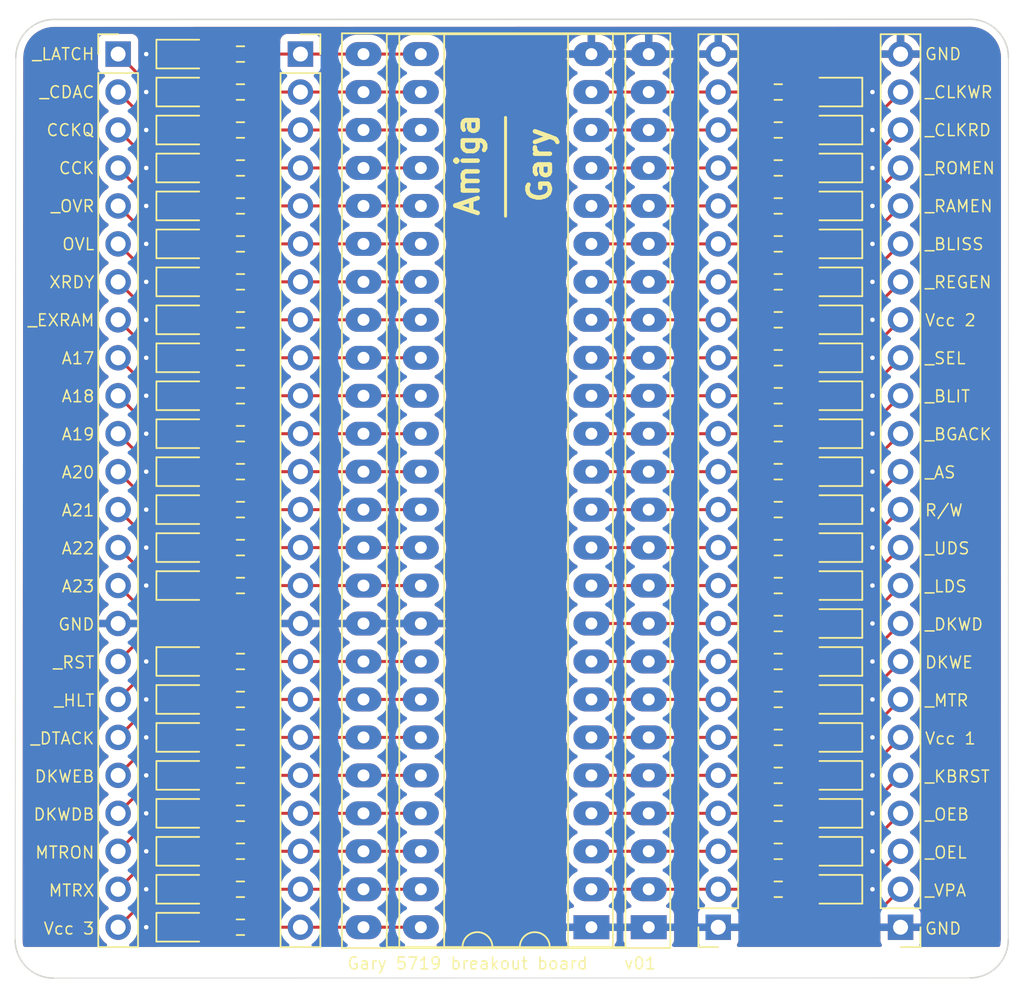
<source format=kicad_pcb>
(kicad_pcb (version 20240108) (generator "pcbnew") (generator_version "8.0")
  (layers (0 "F.Cu" signal) (31 "B.Cu" signal) (34 "B.Paste" user) (35 "F.Paste" user) (36 "B.SilkS" user "B.Silkscreen") (37 "F.SilkS" user "F.Silkscreen") (38 "B.Mask" user) (39 "F.Mask" user) (44 "Edge.Cuts" user))
  (net 0 "")
  (net 1 "Net-(D2-A)")
  (net 2 "Net-(D3-A)")
  (net 3 "Net-(D4-A)")
  (net 4 "A20")
  (net 5 "DKWDB")
  (net 6 "CCK")
  (net 7 "_RAMEN")
  (net 8 "_ROMEN")
  (net 9 "DKWEB")
  (net 10 "_CLKRD")
  (net 11 "A17")
  (net 12 "_AS")
  (net 13 "_UDS")
  (net 14 "_CLKWR")
  (net 15 "_KBRESET")
  (net 16 "R{slash}W")
  (net 17 "_SEL")
  (net 18 "XRDY")
  (net 19 "A21")
  (net 20 "A22")
  (net 21 "_OEL")
  (net 22 "_DKWD")
  (net 23 "_LATCH")
  (net 24 "_BGACK")
  (net 25 "OVL")
  (net 26 "_LDS")
  (net 27 "_BLISS")
  (net 28 "MTRON")
  (net 29 "_CDAC")
  (net 30 "A19")
  (net 31 "A18")
  (net 32 "_MTR")
  (net 33 "_OEB")
  (net 34 "_OVR")
  (net 35 "MTRX")
  (net 36 "_HLT")
  (net 37 "_DTACK")
  (net 38 "_RST")
  (net 39 "_BLIT")
  (net 40 "A23")
  (net 41 "_VPA")
  (net 42 "CCKQ")
  (net 43 "_REGEN")
  (net 44 "DKWE")
  (net 45 "Net-(D5-A)")
  (net 46 "VCC1")
  (net 47 "VCC3")
  (net 48 "VCC2")
  (net 49 "Net-(D6-A)")
  (net 50 "GND")
  (net 51 "Net-(D7-A)")
  (net 52 "Net-(D8-A)")
  (net 53 "Net-(D9-A)")
  (net 54 "Net-(D10-A)")
  (net 55 "Net-(D11-A)")
  (net 56 "Net-(D12-A)")
  (net 57 "Net-(D13-A)")
  (net 58 "Net-(D14-A)")
  (net 59 "Net-(D15-A)")
  (net 60 "Net-(D16-A)")
  (net 61 "Net-(D17-A)")
  (net 62 "Net-(D18-A)")
  (net 63 "Net-(D19-A)")
  (net 64 "Net-(D20-A)")
  (net 65 "Net-(D21-A)")
  (net 66 "Net-(D22-A)")
  (net 67 "Net-(D23-A)")
  (net 68 "Net-(D25-A)")
  (net 69 "Net-(D26-A)")
  (net 70 "Net-(D27-A)")
  (net 71 "Net-(D28-A)")
  (net 72 "Net-(D29-A)")
  (net 73 "Net-(D30-A)")
  (net 74 "Net-(D31-A)")
  (net 75 "Net-(D32-A)")
  (net 76 "Net-(D33-A)")
  (net 77 "Net-(D34-A)")
  (net 78 "Net-(D35-A)")
  (net 79 "Net-(D36-A)")
  (net 80 "Net-(D37-A)")
  (net 81 "Net-(D38-A)")
  (net 82 "Net-(D39-A)")
  (net 83 "Net-(D41-A)")
  (net 84 "Net-(D42-A)")
  (net 85 "Net-(D43-A)")
  (net 86 "Net-(D44-A)")
  (net 87 "Net-(D45-A)")
  (net 88 "Net-(D46-A)")
  (net 89 "Net-(D47-A)")
  (net 90 "Net-(D48-A)")
  (net 91 "_EXRAM")
  (footprint "Resistor_SMD:R_0603_1608Metric_Pad0.98x0.95mm_HandSolder" (layer "F.Cu") (at 86.6648 74.8792)
    (property "Reference" "R34" (hide yes))
    (property "Value" "3.3k")
  )
  (footprint "Resistor_SMD:R_0603_1608Metric_Pad0.98x0.95mm_HandSolder" (layer "F.Cu") (at 86.6648 110.4392)
    (property "Reference" "R48" (hide yes))
    (property "Value" "3.3k")
  )
  (footprint "Resistor_SMD:R_0603_1608Metric_Pad0.98x0.95mm_HandSolder" (layer "F.Cu") (at 122.631 95.1992)
    (property "Reference" "R7" (hide yes))
    (property "Value" "3.3k")
  )
  (footprint "LED_SMD:LED_0805_2012Metric_Pad1.15x1.40mm_HandSolder" (layer "F.Cu") (at 126.39 69.7992 180)
    (property "Reference" "D17" (hide yes))
    (property "Value" "red")
  )
  (footprint "Resistor_SMD:R_0603_1608Metric_Pad0.98x0.95mm_HandSolder" (layer "F.Cu") (at 122.631 105.3592)
    (property "Reference" "R3" (hide yes))
    (property "Value" "3.3k")
  )
  (footprint "Resistor_SMD:R_0603_1608Metric_Pad0.98x0.95mm_HandSolder" (layer "F.Cu") (at 86.6648 82.4992)
    (property "Reference" "R37" (hide yes))
    (property "Value" "3.3k")
  )
  (footprint "Resistor_SMD:R_0603_1608Metric_Pad0.98x0.95mm_HandSolder" (layer "F.Cu") (at 86.6648 105.3592)
    (property "Reference" "R46" (hide yes))
    (property "Value" "3.3k")
  )
  (footprint "LED_SMD:LED_0805_2012Metric_Pad1.15x1.40mm_HandSolder" (layer "F.Cu") (at 126.39 62.1792 180)
    (property "Reference" "D20" (hide yes))
    (property "Value" "green")
  )
  (footprint "LED_SMD:LED_0805_2012Metric_Pad1.15x1.40mm_HandSolder" (layer "F.Cu") (at 126.39 90.1192 180)
    (property "Reference" "D9" (hide yes))
    (property "Value" "yellow")
  )
  (footprint "Resistor_SMD:R_0603_1608Metric_Pad0.98x0.95mm_HandSolder" (layer "F.Cu") (at 122.631 82.4992)
    (property "Reference" "R12" (hide yes))
    (property "Value" "3.3k")
  )
  (footprint "Resistor_SMD:R_0603_1608Metric_Pad0.98x0.95mm_HandSolder" (layer "F.Cu") (at 86.6648 95.1992)
    (property "Reference" "R42" (hide yes))
    (property "Value" "3.3k")
  )
  (footprint "Connector_PinSocket_2.54mm:PinSocket_1x24_P2.54mm_Vertical" (layer "F.Cu") (at 118.618 110.4392 180)
    (property "Reference" "J2" (hide yes))
    (property "Value" "L socket")
  )
  (footprint "Resistor_SMD:R_0603_1608Metric_Pad0.98x0.95mm_HandSolder" (layer "F.Cu") (at 86.6648 59.6392)
    (property "Reference" "R28" (hide yes))
    (property "Value" "3.3k")
  )
  (footprint "LED_SMD:LED_0805_2012Metric_Pad1.15x1.40mm_HandSolder" (layer "F.Cu") (at 82.9056 77.4192)
    (property "Reference" "D35" (hide yes))
    (property "Value" "yellow")
  )
  (footprint "LED_SMD:LED_0805_2012Metric_Pad1.15x1.40mm_HandSolder" (layer "F.Cu") (at 126.39 77.4192 180)
    (property "Reference" "D14" (hide yes))
    (property "Value" "green")
  )
  (footprint "Resistor_SMD:R_0603_1608Metric_Pad0.98x0.95mm_HandSolder" (layer "F.Cu") (at 86.6648 67.2592)
    (property "Reference" "R31" (hide yes))
    (property "Value" "3.3k")
  )
  (footprint "Resistor_SMD:R_0603_1608Metric_Pad0.98x0.95mm_HandSolder" (layer "F.Cu") (at 122.631 72.3392)
    (property "Reference" "R16" (hide yes))
    (property "Value" "3.3k")
  )
  (footprint "LED_SMD:LED_0805_2012Metric_Pad1.15x1.40mm_HandSolder" (layer "F.Cu") (at 126.39 54.5592 180)
    (property "Reference" "D23" (hide yes))
    (property "Value" "red")
  )
  (footprint "Resistor_SMD:R_0603_1608Metric_Pad0.98x0.95mm_HandSolder" (layer "F.Cu") (at 86.6648 100.2792)
    (property "Reference" "R44" (hide yes))
    (property "Value" "3.3k")
  )
  (footprint "Resistor_SMD:R_0603_1608Metric_Pad0.98x0.95mm_HandSolder" (layer "F.Cu") (at 86.6648 79.9592)
    (property "Reference" "R36" (hide yes))
    (property "Value" "3.3k")
  )
  (footprint "Resistor_SMD:R_0603_1608Metric_Pad0.98x0.95mm_HandSolder" (layer "F.Cu") (at 86.6648 77.4192)
    (property "Reference" "R35" (hide yes))
    (property "Value" "3.3k")
  )
  (footprint "LED_SMD:LED_0805_2012Metric_Pad1.15x1.40mm_HandSolder" (layer "F.Cu") (at 82.9056 62.1792)
    (property "Reference" "D29" (hide yes))
    (property "Value" "green")
  )
  (footprint "LED_SMD:LED_0805_2012Metric_Pad1.15x1.40mm_HandSolder" (layer "F.Cu") (at 82.9056 64.7192)
    (property "Reference" "D30" (hide yes))
    (property "Value" "red")
  )
  (footprint "Connector_PinHeader_2.54mm:PinHeader_1x24_P2.54mm_Vertical" (layer "F.Cu") (at 78.486 52.0192)
    (property "Reference" "J4" (hide yes))
    (property "Value" "R holes")
  )
  (footprint "LED_SMD:LED_0805_2012Metric_Pad1.15x1.40mm_HandSolder" (layer "F.Cu") (at 126.39 87.5792 180)
    (property "Reference" "D10" (hide yes))
    (property "Value" "green")
  )
  (footprint "LED_SMD:LED_0805_2012Metric_Pad1.15x1.40mm_HandSolder" (layer "F.Cu") (at 82.9056 67.2592)
    (property "Reference" "D31" (hide yes))
    (property "Value" "red")
  )
  (footprint "LED_SMD:LED_0805_2012Metric_Pad1.15x1.40mm_HandSolder" (layer "F.Cu") (at 126.39 105.3592 180)
    (property "Reference" "D3" (hide yes))
    (property "Value" "green")
  )
  (footprint "LED_SMD:LED_0805_2012Metric_Pad1.15x1.40mm_HandSolder" (layer "F.Cu") (at 82.9056 100.2792)
    (property "Reference" "D44" (hide yes))
    (property "Value" "yellow")
  )
  (footprint "LED_SMD:LED_0805_2012Metric_Pad1.15x1.40mm_HandSolder" (layer "F.Cu") (at 82.9056 102.8192)
    (property "Reference" "D45" (hide yes))
    (property "Value" "yellow")
  )
  (footprint "Connector_PinSocket_2.54mm:PinSocket_1x24_P2.54mm_Vertical" (layer "F.Cu") (at 90.678 52.0192)
    (property "Reference" "J3" (hide yes))
    (property "Value" "R socket")
  )
  (footprint "Resistor_SMD:R_0603_1608Metric_Pad0.98x0.95mm_HandSolder" (layer "F.Cu") (at 86.6648 52.0192)
    (property "Reference" "R25" (hide yes))
    (property "Value" "3.3k")
  )
  (footprint "Resistor_SMD:R_0603_1608Metric_Pad0.98x0.95mm_HandSolder" (layer "F.Cu") (at 122.631 69.7992)
    (property "Reference" "R17" (hide yes))
    (property "Value" "3.3k")
  )
  (footprint "LED_SMD:LED_0805_2012Metric_Pad1.15x1.40mm_HandSolder" (layer "F.Cu") (at 126.39 67.2592 180)
    (property "Reference" "D18" (hide yes))
    (property "Value" "green")
  )
  (footprint "Resistor_SMD:R_0603_1608Metric_Pad0.98x0.95mm_HandSolder" (layer "F.Cu") (at 122.631 102.8192)
    (property "Reference" "R4" (hide yes))
    (property "Value" "3.3k")
  )
  (footprint "LED_SMD:LED_0805_2012Metric_Pad1.15x1.40mm_HandSolder" (layer "F.Cu") (at 126.39 59.6392 180)
    (property "Reference" "D21" (hide yes))
    (property "Value" "yellow")
  )
  (footprint "Resistor_SMD:R_0603_1608Metric_Pad0.98x0.95mm_HandSolder" (layer "F.Cu") (at 122.631 62.1792)
    (property "Reference" "R20" (hide yes))
    (property "Value" "3.3k")
  )
  (footprint "LED_SMD:LED_0805_2012Metric_Pad1.15x1.40mm_HandSolder" (layer "F.Cu") (at 82.9056 92.6592)
    (property "Reference" "D41" (hide yes))
    (property "Value" "green")
  )
  (footprint "Resistor_SMD:R_0603_1608Metric_Pad0.98x0.95mm_HandSolder" (layer "F.Cu") (at 86.6648 64.7192)
    (property "Reference" "R30" (hide yes))
    (property "Value" "3.3k")
  )
  (footprint "LED_SMD:LED_0805_2012Metric_Pad1.15x1.40mm_HandSolder" (layer "F.Cu") (at 82.9056 57.0992)
    (property "Reference" "D27" (hide yes))
    (property "Value" "green")
  )
  (footprint "Resistor_SMD:R_0603_1608Metric_Pad0.98x0.95mm_HandSolder" (layer "F.Cu") (at 86.6629 107.8992)
    (property "Reference" "R47" (hide yes))
    (property "Value" "3.3k")
  )
  (footprint "Resistor_SMD:R_0603_1608Metric_Pad0.98x0.95mm_HandSolder" (layer "F.Cu") (at 86.6648 57.0992)
    (property "Reference" "R27" (hide yes))
    (property "Value" "3.3k")
  )
  (footprint "LED_SMD:LED_0805_2012Metric_Pad1.15x1.40mm_HandSolder" (layer "F.Cu") (at 126.39 100.2792 180)
    (property "Reference" "D5" (hide yes))
    (property "Value" "green")
  )
  (footprint "Resistor_SMD:R_0603_1608Metric_Pad0.98x0.95mm_HandSolder" (layer "F.Cu") (at 122.631 107.8992)
    (property "Reference" "R2" (hide yes))
    (property "Value" "3.3k")
  )
  (footprint "LED_SMD:LED_0805_2012Metric_Pad1.15x1.40mm_HandSolder" (layer "F.Cu") (at 82.9056 59.6392)
    (property "Reference" "D28" (hide yes))
    (property "Value" "yellow")
  )
  (footprint "Resistor_SMD:R_0603_1608Metric_Pad0.98x0.95mm_HandSolder" (layer "F.Cu") (at 86.6648 69.7992)
    (property "Reference" "R32" (hide yes))
    (property "Value" "3.3k")
  )
  (footprint "Resistor_SMD:R_0603_1608Metric_Pad0.98x0.95mm_HandSolder" (layer "F.Cu") (at 122.631 100.2792)
    (property "Reference" "R5" (hide yes))
    (property "Value" "3.3k")
  )
  (footprint "LED_SMD:LED_0805_2012Metric_Pad1.15x1.40mm_HandSolder" (layer "F.Cu") (at 82.9056 74.8792)
    (property "Reference" "D34" (hide yes))
    (property "Value" "yellow")
  )
  (footprint "Resistor_SMD:R_0603_1608Metric_Pad0.98x0.95mm_HandSolder" (layer "F.Cu") (at 86.6648 102.8192)
    (property "Reference" "R45" (hide yes))
    (property "Value" "3.3k")
  )
  (footprint "Resistor_SMD:R_0603_1608Metric_Pad0.98x0.95mm_HandSolder" (layer "F.Cu") (at 86.6648 62.1792)
    (property "Reference" "R29" (hide yes))
    (property "Value" "3.3k")
  )
  (footprint "Resistor_SMD:R_0603_1608Metric_Pad0.98x0.95mm_HandSolder" (layer "F.Cu") (at 122.631 74.8792)
    (property "Reference" "R15" (hide yes))
    (property "Value" "3.3k")
  )
  (footprint "Resistor_SMD:R_0603_1608Metric_Pad0.98x0.95mm_HandSolder" (layer "F.Cu") (at 86.6648 85.0392)
    (property "Reference" "R38" (hide yes))
    (property "Value" "3.3k")
  )
  (footprint "Resistor_SMD:R_0603_1608Metric_Pad0.98x0.95mm_HandSolder" (layer "F.Cu") (at 122.631 64.7192)
    (property "Reference" "R19" (hide yes))
    (property "Value" "3.3k")
  )
  (footprint "LED_SMD:LED_0805_2012Metric_Pad1.15x1.40mm_HandSolder" (layer "F.Cu") (at 126.39 95.1992 180)
    (property "Reference" "D7" (hide yes))
    (property "Value" "yellow")
  )
  (footprint "Resistor_SMD:R_0603_1608Metric_Pad0.98x0.95mm_HandSolder" (layer "F.Cu") (at 122.631 54.5592)
    (property "Reference" "R23" (hide yes))
    (property "Value" "3.3k")
  )
  (footprint "LED_SMD:LED_0805_2012Metric_Pad1.15x1.40mm_HandSolder" (layer "F.Cu") (at 82.9056 105.3592)
    (property "Reference" "D46" (hide yes))
    (property "Value" "yellow")
  )
  (footprint "LED_SMD:LED_0805_2012Metric_Pad1.15x1.40mm_HandSolder" (layer "F.Cu") (at 126.39 97.7392 180)
    (property "Reference" "D6" (hide yes))
    (property "Value" "red")
  )
  (footprint "LED_SMD:LED_0805_2012Metric_Pad1.15x1.40mm_HandSolder" (layer "F.Cu") (at 82.9056 79.9592)
    (property "Reference" "D36" (hide yes))
    (property "Value" "yellow")
  )
  (footprint "Resistor_SMD:R_0603_1608Metric_Pad0.98x0.95mm_HandSolder" (layer "F.Cu") (at 122.631 87.5792)
    (property "Reference" "R10" (hide yes))
    (property "Value" "3.3k")
  )
  (footprint "Resistor_SMD:R_0603_1608Metric_Pad0.98x0.95mm_HandSolder" (layer "F.Cu") (at 122.631 67.2592)
    (property "Reference" "R18" (hide yes))
    (property "Value" "3.3k")
  )
  (footprint "LED_SMD:LED_0805_2012Metric_Pad1.15x1.40mm_HandSolder" (layer "F.Cu") (at 126.39 64.7192 180)
    (property "Reference" "D19" (hide yes))
    (property "Value" "yellow")
  )
  (footprint "Connector_PinHeader_2.54mm:PinHeader_1x24_P2.54mm_Vertical" (layer "F.Cu") (at 130.8096 110.4392 180)
    (property "Reference" "J1" (hide yes))
    (property "Value" "L holes")
  )
  (footprint "LED_SMD:LED_0805_2012Metric_Pad1.15x1.40mm_HandSolder" (layer "F.Cu") (at 82.9056 52.0192)
    (property "Reference" "D25" (hide yes))
    (property "Value" "green")
  )
  (footprint "LED_SMD:LED_0805_2012Metric_Pad1.15x1.40mm_HandSolder" (layer "F.Cu") (at 82.9056 97.7392)
    (property "Reference" "D43" (hide yes))
    (property "Value" "red")
  )
  (footprint "Resistor_SMD:R_0603_1608Metric_Pad0.98x0.95mm_HandSolder" (layer "F.Cu") (at 122.631 90.1192)
    (property "Reference" "R9" (hide yes))
    (property "Value" "3.3k")
  )
  (footprint "LED_SMD:LED_0805_2012Metric_Pad1.15x1.40mm_HandSolder" (layer "F.Cu") (at 126.39 85.0392 180)
    (property "Reference" "D11" (hide yes))
    (property "Value" "green")
  )
  (footprint "LED_SMD:LED_0805_2012Metric_Pad1.15x1.40mm_HandSolder" (layer "F.Cu") (at 126.39 92.6592 180)
    (property "Reference" "D8" (hide yes))
    (property "Value" "yellow")
  )
  (footprint "LED_SMD:LED_0805_2012Metric_Pad1.15x1.40mm_HandSolder" (layer "F.Cu") (at 82.9056 54.5592)
    (property "Reference" "D26" (hide yes))
    (property "Value" "red")
  )
  (footprint "Resistor_SMD:R_0603_1608Metric_Pad0.98x0.95mm_HandSolder" (layer "F.Cu") (at 86.6648 72.3392)
    (property "Reference" "R33" (hide yes))
    (property "Value" "3.3k")
  )
  (footprint "Resistor_SMD:R_0603_1608Metric_Pad0.98x0.95mm_HandSolder" (layer "F.Cu") (at 86.6648 87.5792)
    (property "Reference" "R39" (hide yes))
    (property "Value" "3.3k")
  )
  (footprint "Resistor_SMD:R_0603_1608Metric_Pad0.98x0.95mm_HandSolder" (layer "F.Cu") (at 122.631 57.0992)
    (property "Reference" "R22" (hide yes))
    (property "Value" "3.3k")
  )
  (footprint "LED_SMD:LED_0805_2012Metric_Pad1.15x1.40mm_HandSolder" (layer "F.Cu") (at 126.39 82.4992 180)
    (property "Reference" "D12" (hide yes))
    (property "Value" "red")
  )
  (footprint "LED_SMD:LED_0805_2012Metric_Pad1.15x1.40mm_HandSolder" (layer "F.Cu") (at 82.9056 69.7992)
    (property "Reference" "D32" (hide yes))
    (property "Value" "red")
  )
  (footprint "LED_SMD:LED_0805_2012Metric_Pad1.15x1.40mm_HandSolder" (layer "F.Cu") (at 82.9056 107.8992)
    (property "Reference" "D47" (hide yes))
    (property "Value" "yellow")
  )
  (footprint "LED_SMD:LED_0805_2012Metric_Pad1.15x1.40mm_HandSolder" (layer "F.Cu") (at 126.39 102.8192 180)
    (property "Reference" "D4" (hide yes))
    (property "Value" "green")
  )
  (footprint "LED_SMD:LED_0805_2012Metric_Pad1.15x1.40mm_HandSolder" (layer "F.Cu") (at 82.9056 85.0392)
    (property "Reference" "D38" (hide yes))
    (property "Value" "yellow")
  )
  (footprint "LED_SMD:LED_0805_2012Metric_Pad1.15x1.40mm_HandSolder" (layer "F.Cu") (at 126.39 107.8992 180)
    (property "Reference" "D2" (hide yes))
    (property "Value" "green")
  )
  (footprint "Resistor_SMD:R_0603_1608Metric_Pad0.98x0.95mm_HandSolder" (layer "F.Cu") (at 122.631 79.9592)
    (property "Reference" "R13" (hide yes))
    (property "Value" "3.3k")
  )
  (footprint "LED_SMD:LED_0805_2012Metric_Pad1.15x1.40mm_HandSolder" (layer "F.Cu") (at 82.9056 72.3392)
    (property "Reference" "D33" (hide yes))
    (property "Value" "yellow")
  )
  (footprint "LED_SMD:LED_0805_2012Metric_Pad1.15x1.40mm_HandSolder" (layer "F.Cu") (at 82.9056 82.4992)
    (property "Reference" "D37" (hide yes))
    (property "Value" "yellow")
  )
  (footprint "LED_SMD:LED_0805_2012Metric_Pad1.15x1.40mm_HandSolder" (layer "F.Cu") (at 126.39 72.3392 180)
    (property "Reference" "D16" (hide yes))
    (property "Value" "yellow")
  )
  (footprint "Resistor_SMD:R_0603_1608Metric_Pad0.98x0.95mm_HandSolder" (layer "F.Cu") (at 122.631 97.7392)
    (property "Reference" "R6" (hide yes))
    (property "Value" "3.3k")
  )
  (footprint "Resistor_SMD:R_0603_1608Metric_Pad0.98x0.95mm_HandSolder" (layer "F.Cu") (at 122.631 77.4192)
    (property "Reference" "R14" (hide yes))
    (property "Value" "3.3k")
  )
  (footprint "LED_SMD:LED_0805_2012Metric_Pad1.15x1.40mm_HandSolder" (layer "F.Cu") (at 126.39 57.0992 180)
    (property "Reference" "D22" (hide yes))
    (property "Value" "green")
  )
  (footprint "Package_DIP:DIP-48_W15.24mm_Socket_LongPads" (layer "F.Cu") (at 110.1344 110.4392 180)
    (property "Reference" "U2" (hide yes))
    (property "Value" "Amiga")
  )
  (footprint "Resistor_SMD:R_0603_1608Metric_Pad0.98x0.95mm_HandSolder" (layer "F.Cu") (at 122.631 85.0392)
    (property "Reference" "R11" (hide yes))
    (property "Value" "3.3k")
  )
  (footprint "Resistor_SMD:R_0603_1608Metric_Pad0.98x0.95mm_HandSolder" (layer "F.Cu") (at 86.6648 54.5592)
    (property "Reference" "R26" (hide yes))
    (property "Value" "3.3k")
  )
  (footprint "Resistor_SMD:R_0603_1608Metric_Pad0.98x0.95mm_HandSolder" (layer "F.Cu") (at 122.631 59.6392)
    (property "Reference" "R21" (hide yes))
    (property "Value" "3.3k")
  )
  (footprint "LED_SMD:LED_0805_2012Metric_Pad1.15x1.40mm_HandSolder" (layer "F.Cu") (at 126.39 79.9592 180)
    (property "Reference" "D13" (hide yes))
    (property "Value" "green")
  )
  (footprint "Resistor_SMD:R_0603_1608Metric_Pad0.98x0.95mm_HandSolder" (layer "F.Cu") (at 86.6648 92.6592)
    (property "Reference" "R41" (hide yes))
    (property "Value" "3.3k")
  )
  (footprint "Package_DIP:DIP-48_W15.24mm_Socket_LongPads" (layer "F.Cu") (at 113.9698 110.4392 180)
    (property "Reference" "U1" (hide yes))
    (property "Value" "Gary")
  )
  (footprint "LED_SMD:LED_0805_2012Metric_Pad1.15x1.40mm_HandSolder" (layer "F.Cu") (at 82.9056 110.4392)
    (property "Reference" "D48" (hide yes))
    (property "Value" "red")
  )
  (footprint "LED_SMD:LED_0805_2012Metric_Pad1.15x1.40mm_HandSolder" (layer "F.Cu") (at 82.9056 95.1992)
    (property "Reference" "D42" (hide yes))
    (property "Value" "green")
  )
  (footprint "Resistor_SMD:R_0603_1608Metric_Pad0.98x0.95mm_HandSolder" (layer "F.Cu") (at 86.6648 97.7392)
    (property "Reference" "R43" (hide yes))
    (property "Value" "3.3k")
  )
  (footprint "Resistor_SMD:R_0603_1608Metric_Pad0.98x0.95mm_HandSolder" (layer "F.Cu") (at 122.631 92.6592)
    (property "Reference" "R8" (hide yes))
    (property "Value" "3.3k")
  )
  (footprint "LED_SMD:LED_0805_2012Metric_Pad1.15x1.40mm_HandSolder" (layer "F.Cu") (at 126.39 74.8792 180)
    (property "Reference" "D15" (hide yes))
    (property "Value" "green")
  )
  (footprint "LED_SMD:LED_0805_2012Metric_Pad1.15x1.40mm_HandSolder" (layer "F.Cu") (at 82.9056 87.5792)
    (property "Reference" "D39" (hide yes))
    (property "Value" "yellow")
  )
  (gr_line (start 104.394 56.261) (end 104.394 62.865) (stroke (width 0.2)) (layer "F.SilkS"))
  (gr_arc (start 135.465548 49.689748) (mid 137.274368 50.438995) (end 138.0236 52.2478) (stroke (width 0.1)) (layer "Edge.Cuts"))
  (gr_arc (start 71.643438 52.260433) (mid 72.392684 50.45161) (end 74.20149 49.702381) (stroke (width 0.1)) (layer "Edge.Cuts"))
  (gr_line (start 138.010869 111.272032) (end 138.0236 52.2478) (stroke (width 0.05)) (layer "Edge.Cuts"))
  (gr_arc (start 138.010869 111.272032) (mid 137.2616 113.0808) (end 135.452817 113.830084) (stroke (width 0.1)) (layer "Edge.Cuts"))
  (gr_line (start 74.20149 49.702381) (end 135.465548 49.689748) (stroke (width 0.1)) (layer "Edge.Cuts"))
  (gr_arc (start 74.157883 113.84285) (mid 72.349092 113.093589) (end 71.599831 111.284798) (stroke (width 0.1)) (layer "Edge.Cuts"))
  (gr_line (start 71.643438 52.260433) (end 71.599831 111.284798) (stroke (width 0.05)) (layer "Edge.Cuts"))
  (gr_line (start 74.157883 113.84285) (end 135.452817 113.830084) (stroke (width 0.05)) (layer "Edge.Cuts"))
  (gr_text "GND\n\n_CLKWR\n\n_CLKRD\n\n_ROMEN\n\n_RAMEN\n\n_BLISS\n\n_REGEN\n\nVcc 2\n\n_SEL\n\n_BLIT\n\n_BGACK\n\n_AS\n\nR/W\n\n_UDS\n\n_LDS\n\n_DKWD\n\nDKWE\n\n_MTR\n\nVcc 1\n\n_KBRST\n\n_OEB\n\n_OEL\n\n_VPA\n\nGND" (at 132.3848 51.562 0) (layer "F.SilkS") (effects (font (size 0.79 0.79) (thickness 0.1)) (justify left top)))
  (gr_text "Gary 5719 breakout board    v01" (at 104.14 112.395 0) (layer "F.SilkS") (effects (font (size 0.8 0.8) (thickness 0.1)) (justify top)))
  (gr_text "_LATCH\n\n_CDAC\n\nCCKQ\n\nCCK\n\n_OVR\n\nOVL\n\nXRDY\n\n_EXRAM\n\nA17\n\nA18\n\nA19\n\nA20\n\nA21\n\nA22\n\nA23\n\nGND\n\n_RST\n\n_HLT\n\n_DTACK\n\nDKWEB\n\nDKWDB\n\nMTRON\n\nMTRX\n\nVcc 3" (at 76.962 51.562 0) (layer "F.SilkS") (effects (font (size 0.79 0.79) (thickness 0.1)) (justify right top)))
  (gr_text "Amiga\n\nGary" (at 104.267 59.436 90) (layer "F.SilkS") (effects (font (size 1.5 1.5) (thickness 0.3) (bold yes))))
  (segment (start 123.5435 107.8992) (end 125.365 107.8992) (width 0.2) (layer "F.Cu") (net 1))
  (segment (start 123.5435 105.3592) (end 125.365 105.3592) (width 0.2) (layer "F.Cu") (net 2))
  (segment (start 123.5435 102.8192) (end 125.365 102.8192) (width 0.2) (layer "F.Cu") (net 3))
  (segment (start 79.6798 81.153) (end 78.486 79.9592) (width 0.2) (layer "F.Cu") (net 4))
  (segment (start 94.8944 79.9592) (end 90.678 79.9592) (width 0.2) (layer "F.Cu") (net 4))
  (segment (start 87.5773 79.9592) (end 86.3835 81.153) (width 0.2) (layer "F.Cu") (net 4))
  (segment (start 94.8944 79.9592) (end 98.7298 79.9592) (width 0.2) (layer "F.Cu") (net 4))
  (segment (start 86.3835 81.153) (end 79.6798 81.153) (width 0.2) (layer "F.Cu") (net 4))
  (segment (start 90.678 79.9592) (end 87.5773 79.9592) (width 0.2) (layer "F.Cu") (net 4))
  (segment (start 87.5773 102.8192) (end 86.3581 101.6) (width 0.2) (layer "F.Cu") (net 5))
  (segment (start 86.3581 101.6) (end 79.7052 101.6) (width 0.2) (layer "F.Cu") (net 5))
  (segment (start 79.7052 101.6) (end 78.486 102.8192) (width 0.2) (layer "F.Cu") (net 5))
  (segment (start 94.8944 102.8192) (end 90.678 102.8192) (width 0.2) (layer "F.Cu") (net 5))
  (segment (start 94.8944 102.8192) (end 98.7298 102.8192) (width 0.2) (layer "F.Cu") (net 5))
  (segment (start 90.678 102.8192) (end 87.5773 102.8192) (width 0.2) (layer "F.Cu") (net 5))
  (segment (start 86.3835 60.833) (end 79.6798 60.833) (width 0.2) (layer "F.Cu") (net 6))
  (segment (start 94.8944 59.6392) (end 90.678 59.6392) (width 0.2) (layer "F.Cu") (net 6))
  (segment (start 87.5773 59.6392) (end 86.3835 60.833) (width 0.2) (layer "F.Cu") (net 6))
  (segment (start 94.8944 59.6392) (end 98.7298 59.6392) (width 0.2) (layer "F.Cu") (net 6))
  (segment (start 90.678 59.6392) (end 87.5773 59.6392) (width 0.2) (layer "F.Cu") (net 6))
  (segment (start 79.6798 60.833) (end 78.486 59.6392) (width 0.2) (layer "F.Cu") (net 6))
  (segment (start 129.6158 63.373) (end 130.8096 62.1792) (width 0.2) (layer "F.Cu") (net 7))
  (segment (start 122.9123 63.373) (end 129.6158 63.373) (width 0.2) (layer "F.Cu") (net 7))
  (segment (start 110.1344 62.1792) (end 113.9698 62.1792) (width 0.2) (layer "F.Cu") (net 7))
  (segment (start 118.618 62.1792) (end 121.7185 62.1792) (width 0.2) (layer "F.Cu") (net 7))
  (segment (start 121.7185 62.1792) (end 122.9123 63.373) (width 0.2) (layer "F.Cu") (net 7))
  (segment (start 113.9698 62.1792) (end 118.618 62.1792) (width 0.2) (layer "F.Cu") (net 7))
  (segment (start 110.1344 59.6392) (end 113.9698 59.6392) (width 0.2) (layer "F.Cu") (net 8))
  (segment (start 129.6158 60.833) (end 130.8096 59.6392) (width 0.2) (layer "F.Cu") (net 8))
  (segment (start 121.7185 59.6392) (end 122.9123 60.833) (width 0.2) (layer "F.Cu") (net 8))
  (segment (start 122.9123 60.833) (end 129.6158 60.833) (width 0.2) (layer "F.Cu") (net 8))
  (segment (start 113.9698 59.6392) (end 118.618 59.6392) (width 0.2) (layer "F.Cu") (net 8))
  (segment (start 118.618 59.6392) (end 121.7185 59.6392) (width 0.2) (layer "F.Cu") (net 8))
  (segment (start 94.8944 100.2792) (end 98.7298 100.2792) (width 0.2) (layer "F.Cu") (net 9))
  (segment (start 94.8944 100.2792) (end 90.678 100.2792) (width 0.2) (layer "F.Cu") (net 9))
  (segment (start 90.678 100.2792) (end 87.5773 100.2792) (width 0.2) (layer "F.Cu") (net 9))
  (segment (start 79.7052 99.06) (end 78.486 100.2792) (width 0.2) (layer "F.Cu") (net 9))
  (segment (start 86.3581 99.06) (end 79.7052 99.06) (width 0.2) (layer "F.Cu") (net 9))
  (segment (start 87.5773 100.2792) (end 86.3581 99.06) (width 0.2) (layer "F.Cu") (net 9))
  (segment (start 110.1344 57.0992) (end 113.9698 57.0992) (width 0.2) (layer "F.Cu") (net 10))
  (segment (start 122.9123 58.293) (end 129.6158 58.293) (width 0.2) (layer "F.Cu") (net 10))
  (segment (start 129.6158 58.293) (end 130.8096 57.0992) (width 0.2) (layer "F.Cu") (net 10))
  (segment (start 121.7185 57.0992) (end 122.9123 58.293) (width 0.2) (layer "F.Cu") (net 10))
  (segment (start 113.9698 57.0992) (end 118.618 57.0992) (width 0.2) (layer "F.Cu") (net 10))
  (segment (start 118.618 57.0992) (end 121.7185 57.0992) (width 0.2) (layer "F.Cu") (net 10))
  (segment (start 87.5773 72.3392) (end 86.3835 73.533) (width 0.2) (layer "F.Cu") (net 11))
  (segment (start 79.6798 73.533) (end 78.486 72.3392) (width 0.2) (layer "F.Cu") (net 11))
  (segment (start 94.8944 72.3392) (end 98.7298 72.3392) (width 0.2) (layer "F.Cu") (net 11))
  (segment (start 86.3835 73.533) (end 79.6798 73.533) (width 0.2) (layer "F.Cu") (net 11))
  (segment (start 90.678 72.3392) (end 87.5773 72.3392) (width 0.2) (layer "F.Cu") (net 11))
  (segment (start 94.8944 72.3392) (end 90.678 72.3392) (width 0.2) (layer "F.Cu") (net 11))
  (segment (start 113.9698 79.9592) (end 118.618 79.9592) (width 0.2) (layer "F.Cu") (net 12))
  (segment (start 118.618 79.9592) (end 121.7185 79.9592) (width 0.2) (layer "F.Cu") (net 12))
  (segment (start 121.7185 79.9592) (end 122.9123 81.153) (width 0.2) (layer "F.Cu") (net 12))
  (segment (start 122.9123 81.153) (end 129.6158 81.153) (width 0.2) (layer "F.Cu") (net 12))
  (segment (start 110.1344 79.9592) (end 113.9698 79.9592) (width 0.2) (layer "F.Cu") (net 12))
  (segment (start 129.6158 81.153) (end 130.8096 79.9592) (width 0.2) (layer "F.Cu") (net 12))
  (segment (start 122.9123 86.233) (end 129.6158 86.233) (width 0.2) (layer "F.Cu") (net 13))
  (segment (start 110.1344 85.0392) (end 113.9698 85.0392) (width 0.2) (layer "F.Cu") (net 13))
  (segment (start 113.9698 85.0392) (end 118.618 85.0392) (width 0.2) (layer "F.Cu") (net 13))
  (segment (start 121.7185 85.0392) (end 122.9123 86.233) (width 0.2) (layer "F.Cu") (net 13))
  (segment (start 118.618 85.0392) (end 121.7185 85.0392) (width 0.2) (layer "F.Cu") (net 13))
  (segment (start 129.6158 86.233) (end 130.8096 85.0392) (width 0.2) (layer "F.Cu") (net 13))
  (segment (start 118.618 54.5592) (end 121.7185 54.5592) (width 0.2) (layer "F.Cu") (net 14))
  (segment (start 121.7185 54.5592) (end 122.9123 55.753) (width 0.2) (layer "F.Cu") (net 14))
  (segment (start 122.9123 55.753) (end 129.6158 55.753) (width 0.2) (layer "F.Cu") (net 14))
  (segment (start 113.9698 54.5592) (end 118.618 54.5592) (width 0.2) (layer "F.Cu") (net 14))
  (segment (start 110.1344 54.5592) (end 113.9698 54.5592) (width 0.2) (layer "F.Cu") (net 14))
  (segment (start 129.6158 55.753) (end 130.8096 54.5592) (width 0.2) (layer "F.Cu") (net 14))
  (segment (start 113.9698 100.2792) (end 118.618 100.2792) (width 0.2) (layer "F.Cu") (net 15))
  (segment (start 129.6158 101.473) (end 130.8096 100.2792) (width 0.2) (layer "F.Cu") (net 15))
  (segment (start 121.7185 100.2792) (end 122.9123 101.473) (width 0.2) (layer "F.Cu") (net 15))
  (segment (start 118.618 100.2792) (end 121.7185 100.2792) (width 0.2) (layer "F.Cu") (net 15))
  (segment (start 122.9123 101.473) (end 129.6158 101.473) (width 0.2) (layer "F.Cu") (net 15))
  (segment (start 110.1344 100.2792) (end 113.9698 100.2792) (width 0.2) (layer "F.Cu") (net 15))
  (segment (start 110.1344 82.4992) (end 113.9698 82.4992) (width 0.2) (layer "F.Cu") (net 16))
  (segment (start 118.618 82.4992) (end 121.7185 82.4992) (width 0.2) (layer "F.Cu") (net 16))
  (segment (start 121.7185 82.4992) (end 122.9123 83.693) (width 0.2) (layer "F.Cu") (net 16))
  (segment (start 129.6158 83.693) (end 130.8096 82.4992) (width 0.2) (layer "F.Cu") (net 16))
  (segment (start 113.9698 82.4992) (end 118.618 82.4992) (width 0.2) (layer "F.Cu") (net 16))
  (segment (start 122.9123 83.693) (end 129.6158 83.693) (width 0.2) (layer "F.Cu") (net 16))
  (segment (start 110.1344 72.3392) (end 113.9698 72.3392) (width 0.2) (layer "F.Cu") (net 17))
  (segment (start 122.9123 73.533) (end 129.6158 73.533) (width 0.2) (layer "F.Cu") (net 17))
  (segment (start 113.9698 72.3392) (end 118.618 72.3392) (width 0.2) (layer "F.Cu") (net 17))
  (segment (start 129.6158 73.533) (end 130.8096 72.3392) (width 0.2) (layer "F.Cu") (net 17))
  (segment (start 121.7185 72.3392) (end 122.9123 73.533) (width 0.2) (layer "F.Cu") (net 17))
  (segment (start 118.618 72.3392) (end 121.7185 72.3392) (width 0.2) (layer "F.Cu") (net 17))
  (segment (start 94.8944 67.2592) (end 98.7298 67.2592) (width 0.2) (layer "F.Cu") (net 18))
  (segment (start 90.678 67.2592) (end 87.5773 67.2592) (width 0.2) (layer "F.Cu") (net 18))
  (segment (start 94.8944 67.2592) (end 90.678 67.2592) (width 0.2) (layer "F.Cu") (net 18))
  (segment (start 87.5773 67.2592) (end 87.4268 67.2592) (width 0.2) (layer "F.Cu") (net 18))
  (segment (start 86.233 68.453) (end 79.6798 68.453) (width 0.2) (layer "F.Cu") (net 18))
  (segment (start 87.4268 67.2592) (end 86.233 68.453) (width 0.2) (layer "F.Cu") (net 18))
  (segment (start 79.6798 68.453) (end 78.486 67.2592) (width 0.2) (layer "F.Cu") (net 18))
  (segment (start 94.8944 82.4992) (end 90.678 82.4992) (width 0.2) (layer "F.Cu") (net 19))
  (segment (start 86.3835 83.693) (end 79.6798 83.693) (width 0.2) (layer "F.Cu") (net 19))
  (segment (start 90.678 82.4992) (end 87.5773 82.4992) (width 0.2) (layer "F.Cu") (net 19))
  (segment (start 87.5773 82.4992) (end 86.3835 83.693) (width 0.2) (layer "F.Cu") (net 19))
  (segment (start 79.6798 83.693) (end 78.486 82.4992) (width 0.2) (layer "F.Cu") (net 19))
  (segment (start 94.8944 82.4992) (end 98.7298 82.4992) (width 0.2) (layer "F.Cu") (net 19))
  (segment (start 90.678 85.0392) (end 87.5773 85.0392) (width 0.2) (layer "F.Cu") (net 20))
  (segment (start 94.8944 85.0392) (end 98.7298 85.0392) (width 0.2) (layer "F.Cu") (net 20))
  (segment (start 86.3835 86.233) (end 79.6798 86.233) (width 0.2) (layer "F.Cu") (net 20))
  (segment (start 87.5773 85.0392) (end 86.3835 86.233) (width 0.2) (layer "F.Cu") (net 20))
  (segment (start 79.6798 86.233) (end 78.486 85.0392) (width 0.2) (layer "F.Cu") (net 20))
  (segment (start 94.8944 85.0392) (end 90.678 85.0392) (width 0.2) (layer "F.Cu") (net 20))
  (segment (start 122.9123 106.553) (end 129.6158 106.553) (width 0.2) (layer "F.Cu") (net 21))
  (segment (start 129.6158 106.553) (end 130.8096 105.3592) (width 0.2) (layer "F.Cu") (net 21))
  (segment (start 118.618 105.3592) (end 121.7185 105.3592) (width 0.2) (layer "F.Cu") (net 21))
  (segment (start 113.9698 105.3592) (end 118.618 105.3592) (width 0.2) (layer "F.Cu") (net 21))
  (segment (start 110.1344 105.3592) (end 113.9698 105.3592) (width 0.2) (layer "F.Cu") (net 21))
  (segment (start 121.7185 105.3592) (end 122.9123 106.553) (width 0.2) (layer "F.Cu") (net 21))
  (segment (start 129.6158 91.313) (end 130.8096 90.1192) (width 0.2) (layer "F.Cu") (net 22))
  (segment (start 113.9698 90.1192) (end 118.618 90.1192) (width 0.2) (layer "F.Cu") (net 22))
  (segment (start 118.618 90.1192) (end 121.7185 90.1192) (width 0.2) (layer "F.Cu") (net 22))
  (segment (start 110.1344 90.1192) (end 113.9698 90.1192) (width 0.2) (layer "F.Cu") (net 22))
  (segment (start 122.9123 91.313) (end 129.6158 91.313) (width 0.2) (layer "F.Cu") (net 22))
  (segment (start 121.7185 90.1192) (end 122.9123 91.313) (width 0.2) (layer "F.Cu") (net 22))
  (segment (start 94.8944 52.0192) (end 90.678 52.0192) (width 0.2) (layer "F.Cu") (net 23))
  (segment (start 79.8068 53.34) (end 78.486 52.0192) (width 0.2) (layer "F.Cu") (net 23))
  (segment (start 86.2565 53.34) (end 79.8068 53.34) (width 0.2) (layer "F.Cu") (net 23))
  (segment (start 87.5773 52.0192) (end 86.2565 53.34) (width 0.2) (layer "F.Cu") (net 23))
  (segment (start 94.8944 52.0192) (end 98.7298 52.0192) (width 0.2) (layer "F.Cu") (net 23))
  (segment (start 90.678 52.0192) (end 87.5773 52.0192) (width 0.2) (layer "F.Cu") (net 23))
  (segment (start 113.9698 77.4192) (end 118.618 77.4192) (width 0.2) (layer "F.Cu") (net 24))
  (segment (start 129.6158 78.613) (end 130.8096 77.4192) (width 0.2) (layer "F.Cu") (net 24))
  (segment (start 122.9123 78.613) (end 129.6158 78.613) (width 0.2) (layer "F.Cu") (net 24))
  (segment (start 121.7185 77.4192) (end 122.9123 78.613) (width 0.2) (layer "F.Cu") (net 24))
  (segment (start 110.1344 77.4192) (end 113.9698 77.4192) (width 0.2) (layer "F.Cu") (net 24))
  (segment (start 118.618 77.4192) (end 121.7185 77.4192) (width 0.2) (layer "F.Cu") (net 24))
  (segment (start 86.3835 65.913) (end 79.6798 65.913) (width 0.2) (layer "F.Cu") (net 25))
  (segment (start 94.8944 64.7192) (end 98.7298 64.7192) (width 0.2) (layer "F.Cu") (net 25))
  (segment (start 94.8944 64.7192) (end 90.678 64.7192) (width 0.2) (layer "F.Cu") (net 25))
  (segment (start 87.5773 64.7192) (end 86.3835 65.913) (width 0.2) (layer "F.Cu") (net 25))
  (segment (start 79.6798 65.913) (end 78.486 64.7192) (width 0.2) (layer "F.Cu") (net 25))
  (segment (start 90.678 64.7192) (end 87.5773 64.7192) (width 0.2) (layer "F.Cu") (net 25))
  (segment (start 118.618 87.5792) (end 121.7185 87.5792) (width 0.2) (layer "F.Cu") (net 26))
  (segment (start 129.6158 88.773) (end 130.8096 87.5792) (width 0.2) (layer "F.Cu") (net 26))
  (segment (start 121.7185 87.5792) (end 122.9123 88.773) (width 0.2) (layer "F.Cu") (net 26))
  (segment (start 110.1344 87.5792) (end 113.9698 87.5792) (width 0.2) (layer "F.Cu") (net 26))
  (segment (start 113.9698 87.5792) (end 118.618 87.5792) (width 0.2) (layer "F.Cu") (net 26))
  (segment (start 122.9123 88.773) (end 129.6158 88.773) (width 0.2) (layer "F.Cu") (net 26))
  (segment (start 113.9698 64.7192) (end 118.618 64.7192) (width 0.2) (layer "F.Cu") (net 27))
  (segment (start 121.7185 64.7192) (end 122.9123 65.913) (width 0.2) (layer "F.Cu") (net 27))
  (segment (start 129.6158 65.913) (end 130.8096 64.7192) (width 0.2) (layer "F.Cu") (net 27))
  (segment (start 118.618 64.7192) (end 121.7185 64.7192) (width 0.2) (layer "F.Cu") (net 27))
  (segment (start 110.1344 64.7192) (end 113.9698 64.7192) (width 0.2) (layer "F.Cu") (net 27))
  (segment (start 122.9123 65.913) (end 129.6158 65.913) (width 0.2) (layer "F.Cu") (net 27))
  (segment (start 94.8944 105.3592) (end 98.7298 105.3592) (width 0.2) (layer "F.Cu") (net 28))
  (segment (start 90.678 105.3592) (end 87.5773 105.3592) (width 0.2) (layer "F.Cu") (net 28))
  (segment (start 79.7052 104.14) (end 78.486 105.3592) (width 0.2) (layer "F.Cu") (net 28))
  (segment (start 86.3581 104.14) (end 79.7052 104.14) (width 0.2) (layer "F.Cu") (net 28))
  (segment (start 94.8944 105.3592) (end 90.678 105.3592) (width 0.2) (layer "F.Cu") (net 28))
  (segment (start 87.5773 105.3592) (end 86.3581 104.14) (width 0.2) (layer "F.Cu") (net 28))
  (segment (start 94.8944 54.5592) (end 90.678 54.5592) (width 0.2) (layer "F.Cu") (net 29))
  (segment (start 90.678 54.5592) (end 87.5773 54.5592) (width 0.2) (layer "F.Cu") (net 29))
  (segment (start 86.3835 55.753) (end 79.6798 55.753) (width 0.2) (layer "F.Cu") (net 29))
  (segment (start 94.8944 54.5592) (end 98.7298 54.5592) (width 0.2) (layer "F.Cu") (net 29))
  (segment (start 79.6798 55.753) (end 78.486 54.5592) (width 0.2) (layer "F.Cu") (net 29))
  (segment (start 87.5773 54.5592) (end 86.3835 55.753) (width 0.2) (layer "F.Cu") (net 29))
  (segment (start 87.5773 77.4192) (end 86.3835 78.613) (width 0.2) (layer "F.Cu") (net 30))
  (segment (start 94.8944 77.4192) (end 90.678 77.4192) (width 0.2) (layer "F.Cu") (net 30))
  (segment (start 86.3835 78.613) (end 79.6798 78.613) (width 0.2) (layer "F.Cu") (net 30))
  (segment (start 79.6798 78.613) (end 78.486 77.4192) (width 0.2) (layer "F.Cu") (net 30))
  (segment (start 94.8944 77.4192) (end 98.7298 77.4192) (width 0.2) (layer "F.Cu") (net 30))
  (segment (start 90.678 77.4192) (end 87.5773 77.4192) (width 0.2) (layer "F.Cu") (net 30))
  (segment (start 94.8944 74.8792) (end 90.678 74.8792) (width 0.2) (layer "F.Cu") (net 31))
  (segment (start 79.6798 76.073) (end 78.486 74.8792) (width 0.2) (layer "F.Cu") (net 31))
  (segment (start 90.678 74.8792) (end 87.5773 74.8792) (width 0.2) (layer "F.Cu") (net 31))
  (segment (start 86.3835 76.073) (end 79.6798 76.073) (width 0.2) (layer "F.Cu") (net 31))
  (segment (start 94.8944 74.8792) (end 98.7298 74.8792) (width 0.2) (layer "F.Cu") (net 31))
  (segment (start 87.5773 74.8792) (end 86.3835 76.073) (width 0.2) (layer "F.Cu") (net 31))
  (segment (start 110.1344 95.1992) (end 113.9698 95.1992) (width 0.2) (layer "F.Cu") (net 32))
  (segment (start 113.9698 95.1992) (end 118.618 95.1992) (width 0.2) (layer "F.Cu") (net 32))
  (segment (start 121.7185 95.1992) (end 122.9123 96.393) (width 0.2) (layer "F.Cu") (net 32))
  (segment (start 129.6158 96.393) (end 130.8096 95.1992) (width 0.2) (layer "F.Cu") (net 32))
  (segment (start 122.9123 96.393) (end 129.6158 96.393) (width 0.2) (layer "F.Cu") (net 32))
  (segment (start 118.618 95.1992) (end 121.7185 95.1992) (width 0.2) (layer "F.Cu") (net 32))
  (segment (start 113.9698 102.8192) (end 118.618 102.8192) (width 0.2) (layer "F.Cu") (net 33))
  (segment (start 121.7185 102.8192) (end 122.9123 104.013) (width 0.2) (layer "F.Cu") (net 33))
  (segment (start 129.6158 104.013) (end 130.8096 102.8192) (width 0.2) (layer "F.Cu") (net 33))
  (segment (start 118.618 102.8192) (end 121.7185 102.8192) (width 0.2) (layer "F.Cu") (net 33))
  (segment (start 122.9123 104.013) (end 129.6158 104.013) (width 0.2) (layer "F.Cu") (net 33))
  (segment (start 110.1344 102.8192) (end 113.9698 102.8192) (width 0.2) (layer "F.Cu") (net 33))
  (segment (start 94.8944 62.1792) (end 98.7298 62.1792) (width 0.2) (layer "F.Cu") (net 34))
  (segment (start 90.678 62.1792) (end 87.5773 62.1792) (width 0.2) (layer "F.Cu") (net 34))
  (segment (start 86.3835 63.373) (end 79.6798 63.373) (width 0.2) (layer "F.Cu") (net 34))
  (segment (start 94.8944 62.1792) (end 90.678 62.1792) (width 0.2) (layer "F.Cu") (net 34))
  (segment (start 79.6798 63.373) (end 78.486 62.1792) (width 0.2) (layer "F.Cu") (net 34))
  (segment (start 87.5773 62.1792) (end 86.3835 63.373) (width 0.2) (layer "F.Cu") (net 34))
  (segment (start 94.8944 107.8992) (end 98.7298 107.8992) (width 0.2) (layer "F.Cu") (net 35))
  (segment (start 90.678 107.8992) (end 87.5754 107.8992) (width 0.2) (layer "F.Cu") (net 35))
  (segment (start 87.5754 107.8992) (end 86.3562 106.68) (width 0.2) (layer "F.Cu") (net 35))
  (segment (start 86.3562 106.68) (end 79.7052 106.68) (width 0.2) (layer "F.Cu") (net 35))
  (segment (start 94.8944 107.8992) (end 90.678 107.8992) (width 0.2) (layer "F.Cu") (net 35))
  (segment (start 79.7052 106.68) (end 78.486 107.8992) (width 0.2) (layer "F.Cu") (net 35))
  (segment (start 79.7052 93.98) (end 78.486 95.1992) (width 0.2) (layer "F.Cu") (net 36))
  (segment (start 86.3581 93.98) (end 79.7052 93.98) (width 0.2) (layer "F.Cu") (net 36))
  (segment (start 90.678 95.1992) (end 87.5773 95.1992) (width 0.2) (layer "F.Cu") (net 36))
  (segment (start 87.5773 95.1992) (end 86.3581 93.98) (width 0.2) (layer "F.Cu") (net 36))
  (segment (start 94.8944 95.1992) (end 98.7298 95.1992) (width 0.2) (layer "F.Cu") (net 36))
  (segment (start 94.8944 95.1992) (end 90.678 95.1992) (width 0.2) (layer "F.Cu") (net 36))
  (segment (start 90.678 97.7392) (end 87.5773 97.7392) (width 0.2) (layer "F.Cu") (net 37))
  (segment (start 86.3581 96.52) (end 79.7052 96.52) (width 0.2) (layer "F.Cu") (net 37))
  (segment (start 79.7052 96.52) (end 78.486 97.7392) (width 0.2) (layer "F.Cu") (net 37))
  (segment (start 94.8944 97.7392) (end 90.678 97.7392) (width 0.2) (layer "F.Cu") (net 37))
  (segment (start 87.5773 97.7392) (end 86.3581 96.52) (width 0.2) (layer "F.Cu") (net 37))
  (segment (start 94.8944 97.7392) (end 98.7298 97.7392) (width 0.2) (layer "F.Cu") (net 37))
  (segment (start 94.8944 92.6592) (end 90.678 92.6592) (width 0.2) (layer "F.Cu") (net 38))
  (segment (start 87.5773 92.6592) (end 86.3581 91.44) (width 0.2) (layer "F.Cu") (net 38))
  (segment (start 94.8944 92.6592) (end 98.7298 92.6592) (width 0.2) (layer "F.Cu") (net 38))
  (segment (start 86.3581 91.44) (end 79.7052 91.44) (width 0.2) (layer "F.Cu") (net 38))
  (segment (start 90.678 92.6592) (end 87.5773 92.6592) (width 0.2) (layer "F.Cu") (net 38))
  (segment (start 79.7052 91.44) (end 78.486 92.6592) (width 0.2) (layer "F.Cu") (net 38))
  (segment (start 110.1344 74.8792) (end 113.9698 74.8792) (width 0.2) (layer "F.Cu") (net 39))
  (segment (start 113.9698 74.8792) (end 118.618 74.8792) (width 0.2) (layer "F.Cu") (net 39))
  (segment (start 118.618 74.8792) (end 121.7185 74.8792) (width 0.2) (layer "F.Cu") (net 39))
  (segment (start 121.7185 74.8792) (end 122.9123 76.073) (width 0.2) (layer "F.Cu") (net 39))
  (segment (start 122.9123 76.073) (end 129.6158 76.073) (width 0.2) (layer "F.Cu") (net 39))
  (segment (start 129.6158 76.073) (end 130.8096 74.8792) (width 0.2) (layer "F.Cu") (net 39))
  (segment (start 86.3835 88.773) (end 79.6798 88.773) (width 0.2) (layer "F.Cu") (net 40))
  (segment (start 94.8944 87.5792) (end 98.7298 87.5792) (width 0.2) (layer "F.Cu") (net 40))
  (segment (start 90.678 87.5792) (end 87.5773 87.5792) (width 0.2) (layer "F.Cu") (net 40))
  (segment (start 94.8944 87.5792) (end 90.678 87.5792) (width 0.2) (layer "F.Cu") (net 40))
  (segment (start 79.6798 88.773) (end 78.486 87.5792) (width 0.2) (layer "F.Cu") (net 40))
  (segment (start 87.5773 87.5792) (end 86.3835 88.773) (width 0.2) (layer "F.Cu") (net 40))
  (segment (start 121.7185 107.8992) (end 122.9123 109.093) (width 0.2) (layer "F.Cu") (net 41))
  (segment (start 129.6158 109.093) (end 130.8096 107.8992) (width 0.2) (layer "F.Cu") (net 41))
  (segment (start 118.618 107.8992) (end 121.7185 107.8992) (width 0.2) (layer "F.Cu") (net 41))
  (segment (start 113.9698 107.8992) (end 118.618 107.8992) (width 0.2) (layer "F.Cu") (net 41))
  (segment (start 110.1344 107.8992) (end 113.9698 107.8992) (width 0.2) (layer "F.Cu") (net 41))
  (segment (start 122.9123 109.093) (end 129.6158 109.093) (width 0.2) (layer "F.Cu") (net 41))
  (segment (start 79.6798 58.293) (end 78.486 57.0992) (width 0.2) (layer "F.Cu") (net 42))
  (segment (start 86.3835 58.293) (end 79.6798 58.293) (width 0.2) (layer "F.Cu") (net 42))
  (segment (start 87.5773 57.0992) (end 86.3835 58.293) (width 0.2) (layer "F.Cu") (net 42))
  (segment (start 90.678 57.0992) (end 87.5773 57.0992) (width 0.2) (layer "F.Cu") (net 42))
  (segment (start 94.8944 57.0992) (end 98.7298 57.0992) (width 0.2) (layer "F.Cu") (net 42))
  (segment (start 94.8944 57.0992) (end 90.678 57.0992) (width 0.2) (layer "F.Cu") (net 42))
  (segment (start 121.7185 67.2592) (end 122.9123 68.453) (width 0.2) (layer "F.Cu") (net 43))
  (segment (start 129.6158 68.453) (end 130.8096 67.2592) (width 0.2) (layer "F.Cu") (net 43))
  (segment (start 122.9123 68.453) (end 129.6158 68.453) (width 0.2) (layer "F.Cu") (net 43))
  (segment (start 118.618 67.2592) (end 121.7185 67.2592) (width 0.2) (layer "F.Cu") (net 43))
  (segment (start 113.9698 67.2592) (end 118.618 67.2592) (width 0.2) (layer "F.Cu") (net 43))
  (segment (start 110.1344 67.2592) (end 113.9698 67.2592) (width 0.2) (layer "F.Cu") (net 43))
  (segment (start 110.1344 92.6592) (end 113.9698 92.6592) (width 0.2) (layer "F.Cu") (net 44))
  (segment (start 122.9123 93.853) (end 129.6158 93.853) (width 0.2) (layer "F.Cu") (net 44))
  (segment (start 113.9698 92.6592) (end 118.618 92.6592) (width 0.2) (layer "F.Cu") (net 44))
  (segment (start 118.618 92.6592) (end 121.7185 92.6592) (width 0.2) (layer "F.Cu") (net 44))
  (segment (start 121.7185 92.6592) (end 122.9123 93.853) (width 0.2) (layer "F.Cu") (net 44))
  (segment (start 129.6158 93.853) (end 130.8096 92.6592) (width 0.2) (layer "F.Cu") (net 44))
  (segment (start 123.5435 100.2792) (end 125.365 100.2792) (width 0.2) (layer "F.Cu") (net 45))
  (segment (start 121.7185 97.7392) (end 122.9123 98.933) (width 0.2) (layer "F.Cu") (net 46))
  (segment (start 113.9698 97.7392) (end 118.618 97.7392) (width 0.2) (layer "F.Cu") (net 46))
  (segment (start 118.618 97.7392) (end 121.7185 97.7392) (width 0.2) (layer "F.Cu") (net 46))
  (segment (start 129.6158 98.933) (end 130.8096 97.7392) (width 0.2) (layer "F.Cu") (net 46))
  (segment (start 110.1344 97.7392) (end 113.9698 97.7392) (width 0.2) (layer "F.Cu") (net 46))
  (segment (start 122.9123 98.933) (end 129.6158 98.933) (width 0.2) (layer "F.Cu") (net 46))
  (segment (start 94.8944 110.4392) (end 98.7298 110.4392) (width 0.2) (layer "F.Cu") (net 47))
  (segment (start 87.5773 110.4392) (end 86.3581 109.22) (width 0.2) (layer "F.Cu") (net 47))
  (segment (start 94.8944 110.4392) (end 90.678 110.4392) (width 0.2) (layer "F.Cu") (net 47))
  (segment (start 79.7052 109.22) (end 78.486 110.4392) (width 0.2) (layer "F.Cu") (net 47))
  (segment (start 86.3581 109.22) (end 79.7052 109.22) (width 0.2) (layer "F.Cu") (net 47))
  (segment (start 90.678 110.4392) (end 87.5773 110.4392) (width 0.2) (layer "F.Cu") (net 47))
  (segment (start 129.6158 70.993) (end 130.8096 69.7992) (width 0.2) (layer "F.Cu") (net 48))
  (segment (start 113.9698 69.7992) (end 118.618 69.7992) (width 0.2) (layer "F.Cu") (net 48))
  (segment (start 110.1344 69.7992) (end 113.9698 69.7992) (width 0.2) (layer "F.Cu") (net 48))
  (segment (start 122.9123 70.993) (end 129.6158 70.993) (width 0.2) (layer "F.Cu") (net 48))
  (segment (start 118.618 69.7992) (end 121.7185 69.7992) (width 0.2) (layer "F.Cu") (net 48))
  (segment (start 121.7185 69.7992) (end 122.9123 70.993) (width 0.2) (layer "F.Cu") (net 48))
  (segment (start 123.5435 97.7392) (end 125.365 97.7392) (width 0.2) (layer "F.Cu") (net 49))
  (segment (start 110.1344 52.0192) (end 113.9698 52.0192) (width 0.2) (layer "F.Cu") (net 50))
  (segment (start 94.8944 90.1192) (end 98.7298 90.1192) (width 0.2) (layer "F.Cu") (net 50))
  (segment (start 110.1344 110.4392) (end 113.9698 110.4392) (width 0.2) (layer "F.Cu") (net 50))
  (via (at 80.3656 105.3592) (size 0.6) (drill 0.3) (layers "F.Cu" "B.Cu") (net 50))
  (via (at 80.3656 74.8792) (size 0.6) (drill 0.3) (layers "F.Cu" "B.Cu") (net 50))
  (via (at 128.93 74.8792) (size 0.6) (drill 0.3) (layers "F.Cu" "B.Cu") (net 50))
  (via (at 80.3656 82.4992) (size 0.6) (drill 0.3) (layers "F.Cu" "B.Cu") (net 50))
  (via (at 80.3656 100.2792) (size 0.6) (drill 0.3) (layers "F.Cu" "B.Cu") (net 50))
  (via (at 128.93 72.3392) (size 0.6) (drill 0.3) (layers "F.Cu" "B.Cu") (net 50))
  (via (at 128.93 62.1792) (size 0.6) (drill 0.3) (layers "F.Cu" "B.Cu") (net 50))
  (via (at 80.3656 107.8992) (size 0.6) (drill 0.3) (layers "F.Cu" "B.Cu") (net 50))
  (via (at 128.93 57.0992) (size 0.6) (drill 0.3) (layers "F.Cu" "B.Cu") (net 50))
  (via (at 128.93 59.6392) (size 0.6) (drill 0.3) (layers "F.Cu" "B.Cu") (net 50))
  (via (at 128.93 67.2592) (size 0.6) (drill 0.3) (layers "F.Cu" "B.Cu") (net 50))
  (via (at 80.3656 92.6592) (size 0.6) (drill 0.3) (layers "F.Cu" "B.Cu") (net 50))
  (via (at 128.93 79.9592) (size 0.6) (drill 0.3) (layers "F.Cu" "B.Cu") (net 50))
  (via (at 80.3656 57.0992) (size 0.6) (drill 0.3) (layers "F.Cu" "B.Cu") (net 50))
  (via (at 80.3656 67.2592) (size 0.6) (drill 0.3) (layers "F.Cu" "B.Cu") (net 50))
  (via (at 128.93 77.4192) (size 0.6) (drill 0.3) (layers "F.Cu" "B.Cu") (net 50))
  (via (at 128.93 64.7192) (size 0.6) (drill 0.3) (layers "F.Cu" "B.Cu") (net 50))
  (via (at 80.3656 97.7392) (size 0.6) (drill 0.3) (layers "F.Cu" "B.Cu") (net 50))
  (via (at 80.3656 52.0192) (size 0.6) (drill 0.3) (layers "F.Cu" "B.Cu") (net 50))
  (via (at 80.3656 79.9592) (size 0.6) (drill 0.3) (layers "F.Cu" "B.Cu") (net 50))
  (via (at 80.3656 69.7992) (size 0.6) (drill 0.3) (layers "F.Cu" "B.Cu") (net 50))
  (via (at 128.93 97.7392) (size 0.6) (drill 0.3) (layers "F.Cu" "B.Cu") (net 50))
  (via (at 80.3656 59.6392) (size 0.6) (drill 0.3) (layers "F.Cu" "B.Cu") (net 50))
  (via (at 80.3656 95.1992) (size 0.6) (drill 0.3) (layers "F.Cu" "B.Cu") (net 50))
  (via (at 128.93 69.7992) (size 0.6) (drill 0.3) (layers "F.Cu" "B.Cu") (net 50))
  (via (at 80.3656 110.4392) (size 0.6) (drill 0.3) (layers "F.Cu" "B.Cu") (net 50))
  (via (at 80.3656 102.8192) (size 0.6) (drill 0.3) (layers "F.Cu" "B.Cu") (net 50))
  (via (at 128.93 82.4992) (size 0.6) (drill 0.3) (layers "F.Cu" "B.Cu") (net 50))
  (via (at 80.3656 54.5592) (size 0.6) (drill 0.3) (layers "F.Cu" "B.Cu") (net 50))
  (via (at 128.93 95.1992) (size 0.6) (drill 0.3) (layers "F.Cu" "B.Cu") (net 50))
  (via (at 128.93 102.8192) (size 0.6) (drill 0.3) (layers "F.Cu" "B.Cu") (net 50))
  (via (at 128.93 54.5592) (size 0.6) (drill 0.3) (layers "F.Cu" "B.Cu") (net 50))
  (via (at 128.93 85.0392) (size 0.6) (drill 0.3) (layers "F.Cu" "B.Cu") (net 50))
  (via (at 128.93 105.3592) (size 0.6) (drill 0.3) (layers "F.Cu" "B.Cu") (net 50))
  (via (at 80.3656 62.1792) (size 0.6) (drill 0.3) (layers "F.Cu" "B.Cu") (net 50))
  (via (at 80.3656 72.3392) (size 0.6) (drill 0.3) (layers "F.Cu" "B.Cu") (net 50))
  (via (at 128.93 92.6592) (size 0.6) (drill 0.3) (layers "F.Cu" "B.Cu") (net 50))
  (via (at 80.3656 85.0392) (size 0.6) (drill 0.3) (layers "F.Cu" "B.Cu") (net 50))
  (via (at 128.93 90.1192) (size 0.6) (drill 0.3) (layers "F.Cu" "B.Cu") (net 50))
  (via (at 128.93 87.5792) (size 0.6) (drill 0.3) (layers "F.Cu" "B.Cu") (net 50))
  (via (at 128.93 100.2792) (size 0.6) (drill 0.3) (layers "F.Cu" "B.Cu") (net 50))
  (via (at 128.93 107.8992) (size 0.6) (drill 0.3) (layers "F.Cu" "B.Cu") (net 50))
  (via (at 80.3656 64.7192) (size 0.6) (drill 0.3) (layers "F.Cu" "B.Cu") (net 50))
  (via (at 80.3656 77.4192) (size 0.6) (drill 0.3) (layers "F.Cu" "B.Cu") (net 50))
  (via (at 80.3656 87.5792) (size 0.6) (drill 0.3) (layers "F.Cu" "B.Cu") (net 50))
  (segment (start 123.5435 95.1992) (end 125.365 95.1992) (width 0.2) (layer "F.Cu") (net 51))
  (segment (start 123.5435 92.6592) (end 125.365 92.6592) (width 0.2) (layer "F.Cu") (net 52))
  (segment (start 123.5435 90.1192) (end 125.365 90.1192) (width 0.2) (layer "F.Cu") (net 53))
  (segment (start 123.5435 87.5792) (end 125.365 87.5792) (width 0.2) (layer "F.Cu") (net 54))
  (segment (start 123.5435 85.0392) (end 125.365 85.0392) (width 0.2) (layer "F.Cu") (net 55))
  (segment (start 123.5435 82.4992) (end 125.365 82.4992) (width 0.2) (layer "F.Cu") (net 56))
  (segment (start 123.5435 79.9592) (end 125.365 79.9592) (width 0.2) (layer "F.Cu") (net 57))
  (segment (start 123.5435 77.4192) (end 125.365 77.4192) (width 0.2) (layer "F.Cu") (net 58))
  (segment (start 123.5435 74.8792) (end 125.365 74.8792) (width 0.2) (layer "F.Cu") (net 59))
  (segment (start 123.5435 72.3392) (end 125.365 72.3392) (width 0.2) (layer "F.Cu") (net 60))
  (segment (start 123.5435 69.7992) (end 125.365 69.7992) (width 0.2) (layer "F.Cu") (net 61))
  (segment (start 123.5435 67.2592) (end 125.365 67.2592) (width 0.2) (layer "F.Cu") (net 62))
  (segment (start 123.5435 64.7192) (end 125.365 64.7192) (width 0.2) (layer "F.Cu") (net 63))
  (segment (start 123.5435 62.1792) (end 125.365 62.1792) (width 0.2) (layer "F.Cu") (net 64))
  (segment (start 123.5435 59.6392) (end 125.365 59.6392) (width 0.2) (layer "F.Cu") (net 65))
  (segment (start 123.5435 57.0992) (end 125.365 57.0992) (width 0.2) (layer "F.Cu") (net 66))
  (segment (start 123.5435 54.5592) (end 125.365 54.5592) (width 0.2) (layer "F.Cu") (net 67))
  (segment (start 85.7523 52.0192) (end 83.9306 52.0192) (width 0.2) (layer "F.Cu") (net 68))
  (segment (start 85.7523 54.5592) (end 83.9306 54.5592) (width 0.2) (layer "F.Cu") (net 69))
  (segment (start 85.7523 57.0992) (end 83.9306 57.0992) (width 0.2) (layer "F.Cu") (net 70))
  (segment (start 85.7523 59.6392) (end 83.9306 59.6392) (width 0.2) (layer "F.Cu") (net 71))
  (segment (start 85.7523 62.1792) (end 83.9306 62.1792) (width 0.2) (layer "F.Cu") (net 72))
  (segment (start 85.7523 64.7192) (end 83.9306 64.7192) (width 0.2) (layer "F.Cu") (net 73))
  (segment (start 85.7523 67.2592) (end 83.9306 67.2592) (width 0.2) (layer "F.Cu") (net 74))
  (segment (start 85.7523 69.7992) (end 83.9306 69.7992) (width 0.2) (layer "F.Cu") (net 75))
  (segment (start 85.7523 72.3392) (end 83.9306 72.3392) (width 0.2) (layer "F.Cu") (net 76))
  (segment (start 85.7523 74.8792) (end 83.9306 74.8792) (width 0.2) (layer "F.Cu") (net 77))
  (segment (start 85.7523 77.4192) (end 83.9306 77.4192) (width 0.2) (layer "F.Cu") (net 78))
  (segment (start 85.7523 79.9592) (end 83.9306 79.9592) (width 0.2) (layer "F.Cu") (net 79))
  (segment (start 85.7523 82.4992) (end 83.9306 82.4992) (width 0.2) (layer "F.Cu") (net 80))
  (segment (start 85.7523 85.0392) (end 83.9306 85.0392) (width 0.2) (layer "F.Cu") (net 81))
  (segment (start 85.7523 87.5792) (end 83.9306 87.5792) (width 0.2) (layer "F.Cu") (net 82))
  (segment (start 85.7523 92.6592) (end 83.9306 92.6592) (width 0.2) (layer "F.Cu") (net 83))
  (segment (start 85.7523 95.1992) (end 83.9306 95.1992) (width 0.2) (layer "F.Cu") (net 84))
  (segment (start 85.7523 97.7392) (end 83.9306 97.7392) (width 0.2) (layer "F.Cu") (net 85))
  (segment (start 85.7523 100.2792) (end 83.9306 100.2792) (width 0.2) (layer "F.Cu") (net 86))
  (segment (start 85.7523 102.8192) (end 83.9306 102.8192) (width 0.2) (layer "F.Cu") (net 87))
  (segment (start 85.7523 105.3592) (end 83.9306 105.3592) (width 0.2) (layer "F.Cu") (net 88))
  (segment (start 85.7504 107.8992) (end 83.9306 107.8992) (width 0.2) (layer "F.Cu") (net 89))
  (segment (start 85.7523 110.4392) (end 83.9306 110.4392) (width 0.2) (layer "F.Cu") (net 90))
  (segment (start 87.5773 69.7992) (end 86.3835 70.993) (width 0.2) (layer "F.Cu") (net 91))
  (segment (start 94.8944 69.7992) (end 98.7298 69.7992) (width 0.2) (layer "F.Cu") (net 91))
  (segment (start 94.8944 69.7992) (end 90.678 69.7992) (width 0.2) (layer "F.Cu") (net 91))
  (segment (start 90.678 69.7992) (end 87.5773 69.7992) (width 0.2) (layer "F.Cu") (net 91))
  (segment (start 86.3835 70.993) (end 79.6798 70.993) (width 0.2) (layer "F.Cu") (net 91))
  (segment (start 79.6798 70.993) (end 78.486 69.7992) (width 0.2) (layer "F.Cu") (net 91))
  (zone (net 50) (net_name "GND") (layers "F&B.Cu") (priority 1) (connect_pads (clearance 0.5)) (min_thickness 0.25) (fill yes (thermal_gap 0.5) (thermal_bridge_width 0.5))
    (polygon (pts (xy 70.5866 49.022) (xy 139.065 49.022) (xy 139.065 111.76) (xy 70.5866 111.76)))
  )
)
</source>
